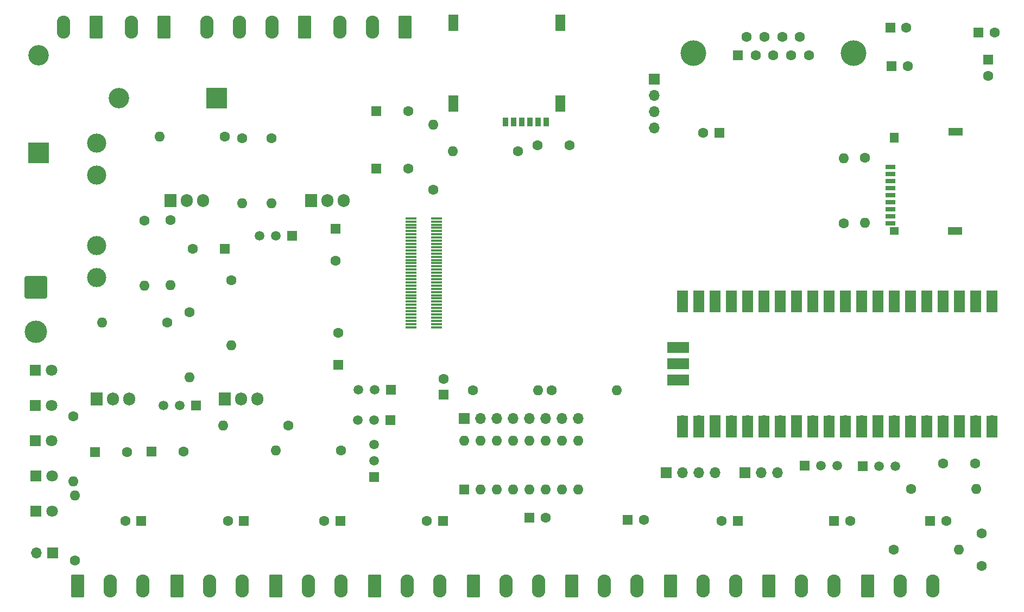
<source format=gts>
%TF.GenerationSoftware,KiCad,Pcbnew,(6.0.7)*%
%TF.CreationDate,2023-01-05T15:45:52-03:00*%
%TF.ProjectId,EMAC2.0_PCB,454d4143-322e-4305-9f50-43422e6b6963,rev?*%
%TF.SameCoordinates,Original*%
%TF.FileFunction,Soldermask,Top*%
%TF.FilePolarity,Negative*%
%FSLAX46Y46*%
G04 Gerber Fmt 4.6, Leading zero omitted, Abs format (unit mm)*
G04 Created by KiCad (PCBNEW (6.0.7)) date 2023-01-05 15:45:52*
%MOMM*%
%LPD*%
G01*
G04 APERTURE LIST*
G04 Aperture macros list*
%AMRoundRect*
0 Rectangle with rounded corners*
0 $1 Rounding radius*
0 $2 $3 $4 $5 $6 $7 $8 $9 X,Y pos of 4 corners*
0 Add a 4 corners polygon primitive as box body*
4,1,4,$2,$3,$4,$5,$6,$7,$8,$9,$2,$3,0*
0 Add four circle primitives for the rounded corners*
1,1,$1+$1,$2,$3*
1,1,$1+$1,$4,$5*
1,1,$1+$1,$6,$7*
1,1,$1+$1,$8,$9*
0 Add four rect primitives between the rounded corners*
20,1,$1+$1,$2,$3,$4,$5,0*
20,1,$1+$1,$4,$5,$6,$7,0*
20,1,$1+$1,$6,$7,$8,$9,0*
20,1,$1+$1,$8,$9,$2,$3,0*%
G04 Aperture macros list end*
%ADD10R,1.600000X1.600000*%
%ADD11C,1.600000*%
%ADD12C,4.000000*%
%ADD13O,1.600000X1.600000*%
%ADD14RoundRect,0.250002X-1.499998X1.499998X-1.499998X-1.499998X1.499998X-1.499998X1.499998X1.499998X0*%
%ADD15C,3.500000*%
%ADD16R,1.800000X1.800000*%
%ADD17C,1.800000*%
%ADD18R,3.200000X3.200000*%
%ADD19O,3.200000X3.200000*%
%ADD20RoundRect,0.249999X-0.790001X-1.550001X0.790001X-1.550001X0.790001X1.550001X-0.790001X1.550001X0*%
%ADD21O,2.080000X3.600000*%
%ADD22RoundRect,0.249999X0.790001X1.550001X-0.790001X1.550001X-0.790001X-1.550001X0.790001X-1.550001X0*%
%ADD23R,1.905000X2.000000*%
%ADD24O,1.905000X2.000000*%
%ADD25C,3.000000*%
%ADD26R,1.500000X1.500000*%
%ADD27C,1.500000*%
%ADD28R,1.700000X1.700000*%
%ADD29O,1.700000X1.700000*%
%ADD30R,1.800000X0.300000*%
%ADD31R,0.900000X1.350000*%
%ADD32R,1.560000X2.610000*%
%ADD33R,1.600000X0.700000*%
%ADD34R,1.400000X1.600000*%
%ADD35R,1.400000X1.200000*%
%ADD36R,2.200000X1.200000*%
%ADD37R,1.700000X3.500000*%
%ADD38O,0.100000X0.100000*%
%ADD39R,3.500000X1.700000*%
%ADD40R,0.100000X0.100000*%
%ADD41O,1.000000X1.000000*%
G04 APERTURE END LIST*
D10*
%TO.C,1uF1*%
X74000000Y-117000000D03*
D11*
X71500000Y-117000000D03*
%TD*%
D10*
%TO.C,1uF2*%
X90000000Y-117000000D03*
D11*
X87500000Y-117000000D03*
%TD*%
D10*
%TO.C,1uF3*%
X105000000Y-117000000D03*
D11*
X102500000Y-117000000D03*
%TD*%
D10*
%TO.C,1uF4*%
X121000000Y-117000000D03*
D11*
X118500000Y-117000000D03*
%TD*%
D10*
%TO.C,1uF5*%
X134500000Y-116500000D03*
D11*
X137000000Y-116500000D03*
%TD*%
D10*
%TO.C,1uF6*%
X149860000Y-116840000D03*
D11*
X152360000Y-116840000D03*
%TD*%
D10*
%TO.C,1uF7*%
X167000000Y-117000000D03*
D11*
X164500000Y-117000000D03*
%TD*%
D10*
%TO.C,1uF8*%
X182000000Y-117000000D03*
D11*
X184500000Y-117000000D03*
%TD*%
D10*
%TO.C,1uF9*%
X197000000Y-117000000D03*
D11*
X199500000Y-117000000D03*
%TD*%
D10*
%TO.C,470uF1*%
X104672651Y-92640000D03*
D11*
X104672651Y-87640000D03*
%TD*%
D10*
%TO.C,470uF2*%
X66746000Y-106250000D03*
D11*
X71746000Y-106250000D03*
%TD*%
D10*
%TO.C,470uF4*%
X75560000Y-106210000D03*
D11*
X80560000Y-106210000D03*
%TD*%
D10*
%TO.C,470uF3*%
X87000000Y-74500000D03*
D11*
X82000000Y-74500000D03*
%TD*%
D12*
%TO.C,DB9_Female1*%
X160040000Y-43950000D03*
X185040000Y-43950000D03*
D10*
X167000000Y-44250000D03*
D11*
X169770000Y-44250000D03*
X172540000Y-44250000D03*
X175310000Y-44250000D03*
X178080000Y-44250000D03*
X168385000Y-41410000D03*
X171155000Y-41410000D03*
X173925000Y-41410000D03*
X176695000Y-41410000D03*
%TD*%
%TO.C,10k-Ohm4*%
X96880000Y-102100000D03*
D13*
X86720000Y-102100000D03*
%TD*%
D11*
%TO.C,10k-Ohm5*%
X89746000Y-57250000D03*
D13*
X89746000Y-67410000D03*
%TD*%
D11*
%TO.C,10k-Ohm6*%
X94246000Y-57250000D03*
D13*
X94246000Y-67410000D03*
%TD*%
D14*
%TO.C,SW1*%
X57500000Y-80500000D03*
D15*
X57500000Y-87500000D03*
%TD*%
D11*
%TO.C,330-Ohm1*%
X78000000Y-86000000D03*
D13*
X67840000Y-86000000D03*
%TD*%
D16*
%TO.C,D2*%
X57460000Y-104500000D03*
D17*
X60000000Y-104500000D03*
%TD*%
D16*
%TO.C,D3*%
X57500000Y-115500000D03*
D17*
X60040000Y-115500000D03*
%TD*%
D16*
%TO.C,D4*%
X57460000Y-99000000D03*
D17*
X60000000Y-99000000D03*
%TD*%
D11*
%TO.C,10k-Ohm8*%
X63340000Y-100650000D03*
D13*
X63340000Y-110810000D03*
%TD*%
D11*
%TO.C,10k-Ohm1*%
X63590000Y-123180000D03*
D13*
X63590000Y-113020000D03*
%TD*%
D11*
%TO.C,10k-Ohm3*%
X81500000Y-84420000D03*
D13*
X81500000Y-94580000D03*
%TD*%
D18*
%TO.C,1N5402-2*%
X85746000Y-51000000D03*
D19*
X70506000Y-51000000D03*
%TD*%
D20*
%TO.C,CH0-A1*%
X64085800Y-127148100D03*
D21*
X69165800Y-127148100D03*
X74245800Y-127148100D03*
%TD*%
D20*
%TO.C,CH1-A1*%
X79518000Y-127148100D03*
D21*
X84598000Y-127148100D03*
X89678000Y-127148100D03*
%TD*%
D20*
%TO.C,CH2-A1*%
X94920000Y-127148100D03*
D21*
X100000000Y-127148100D03*
X105080000Y-127148100D03*
%TD*%
D20*
%TO.C,CH3-A1*%
X110379000Y-127159000D03*
D21*
X115459000Y-127159000D03*
X120539000Y-127159000D03*
%TD*%
D20*
%TO.C,CH4-A1*%
X125746000Y-127159000D03*
D21*
X130826000Y-127159000D03*
X135906000Y-127159000D03*
%TD*%
D20*
%TO.C,CH5-A1*%
X141113000Y-127146000D03*
D21*
X146193000Y-127146000D03*
X151273000Y-127146000D03*
%TD*%
D20*
%TO.C,CH6-A1*%
X156480000Y-127159000D03*
D21*
X161560000Y-127159000D03*
X166640000Y-127159000D03*
%TD*%
D20*
%TO.C,CH7-H1*%
X171847000Y-127159000D03*
D21*
X176927000Y-127159000D03*
X182007000Y-127159000D03*
%TD*%
D20*
%TO.C,CH8-D1*%
X187214000Y-127159000D03*
D21*
X192294000Y-127159000D03*
X197374000Y-127159000D03*
%TD*%
D22*
%TO.C,PWM1*%
X115080000Y-39875200D03*
D21*
X110000000Y-39875200D03*
X104920000Y-39875200D03*
%TD*%
D23*
%TO.C,LM7805*%
X67000000Y-98000000D03*
D24*
X69540000Y-98000000D03*
X72080000Y-98000000D03*
%TD*%
D23*
%TO.C,IRF9540N1*%
X87000000Y-98000000D03*
D24*
X89540000Y-98000000D03*
X92080000Y-98000000D03*
%TD*%
D23*
%TO.C,IRF9540N2*%
X100460000Y-67000000D03*
D24*
X103000000Y-67000000D03*
X105540000Y-67000000D03*
%TD*%
D22*
%TO.C,BATTERY1*%
X77507500Y-39902500D03*
D21*
X72427500Y-39902500D03*
%TD*%
D22*
%TO.C,UART1*%
X99470000Y-39890000D03*
D21*
X94390000Y-39890000D03*
X89310000Y-39890000D03*
X84230000Y-39890000D03*
%TD*%
D25*
%TO.C,Fuse1*%
X67000000Y-74000000D03*
X67000000Y-79000000D03*
X67000000Y-63000000D03*
X67000000Y-58000000D03*
%TD*%
D10*
%TO.C,1uF10*%
X190794888Y-40000000D03*
D11*
X193294888Y-40000000D03*
%TD*%
D10*
%TO.C,1uF13*%
X204544888Y-40750000D03*
D11*
X207044888Y-40750000D03*
%TD*%
D10*
%TO.C,1uF11*%
X206000000Y-45000000D03*
D11*
X206000000Y-47500000D03*
%TD*%
D10*
%TO.C,1uF12*%
X191000000Y-46000000D03*
D11*
X193500000Y-46000000D03*
%TD*%
D10*
%TO.C,1uF14*%
X164105113Y-56400000D03*
D11*
X161605113Y-56400000D03*
%TD*%
D26*
%TO.C,BC547*%
X97500000Y-72500000D03*
D27*
X94960000Y-72500000D03*
X92420000Y-72500000D03*
%TD*%
D28*
%TO.C,GPS1*%
X154000000Y-48000000D03*
D29*
X154000000Y-50540000D03*
X154000000Y-53080000D03*
X154000000Y-55620000D03*
%TD*%
D26*
%TO.C,BC547-2*%
X82500000Y-99000000D03*
D27*
X79960000Y-99000000D03*
X77420000Y-99000000D03*
%TD*%
D23*
%TO.C,LM317*%
X78500000Y-67000000D03*
D24*
X81040000Y-67000000D03*
X83580000Y-67000000D03*
%TD*%
D26*
%TO.C,L78L05-2*%
X112900000Y-96500000D03*
D27*
X110360000Y-96500000D03*
X107820000Y-96500000D03*
%TD*%
D18*
%TO.C,1N5402*%
X58000000Y-59500000D03*
D19*
X58000000Y-44260000D03*
%TD*%
D10*
%TO.C,C29*%
X110597349Y-53000000D03*
D11*
X115597349Y-53000000D03*
%TD*%
D10*
%TO.C,0.1u1*%
X121140000Y-97325113D03*
D11*
X121140000Y-94825113D03*
%TD*%
%TO.C,10k-Ohm2*%
X138000000Y-96630000D03*
D13*
X148160000Y-96630000D03*
%TD*%
D26*
%TO.C,2N3906*%
X177460000Y-108360000D03*
D27*
X180000000Y-108360000D03*
X182540000Y-108360000D03*
%TD*%
D28*
%TO.C,TTL-Modem1*%
X155850000Y-109460000D03*
D29*
X158390000Y-109460000D03*
X160930000Y-109460000D03*
X163470000Y-109460000D03*
%TD*%
D26*
%TO.C,L78L5*%
X112840000Y-101240000D03*
D27*
X110300000Y-101240000D03*
X107760000Y-101240000D03*
%TD*%
D26*
%TO.C,2N3906-2*%
X186460000Y-108500000D03*
D27*
X189000000Y-108500000D03*
X191540000Y-108500000D03*
%TD*%
D22*
%TO.C,SOLAR_PANEL1*%
X66947500Y-39922500D03*
D21*
X61867500Y-39922500D03*
%TD*%
D11*
%TO.C,15k-Ohm1*%
X87000000Y-57000000D03*
D13*
X76840000Y-57000000D03*
%TD*%
D30*
%TO.C,G30*%
X116000000Y-69750000D03*
X120000000Y-69750000D03*
X116000000Y-70250000D03*
X120000000Y-70250000D03*
X116000000Y-70750000D03*
X120000000Y-70750000D03*
X116000000Y-71250000D03*
X120000000Y-71250000D03*
X116000000Y-71750000D03*
X120000000Y-71750000D03*
X116000000Y-72250000D03*
X120000000Y-72250000D03*
X116000000Y-72750000D03*
X120000000Y-72750000D03*
X116000000Y-73250000D03*
X120000000Y-73250000D03*
X116000000Y-73750000D03*
X120000000Y-73750000D03*
X116000000Y-74250000D03*
X120000000Y-74250000D03*
X116000000Y-74750000D03*
X120000000Y-74750000D03*
X116000000Y-75250000D03*
X120000000Y-75250000D03*
X116000000Y-75750000D03*
X120000000Y-75750000D03*
X116000000Y-76250000D03*
X120000000Y-76250000D03*
X116000000Y-76750000D03*
X120000000Y-76750000D03*
X116000000Y-77250000D03*
X120000000Y-77250000D03*
X116000000Y-77750000D03*
X120000000Y-77750000D03*
X116000000Y-78250000D03*
X120000000Y-78250000D03*
X116000000Y-78750000D03*
X120000000Y-78750000D03*
X116000000Y-79250000D03*
X120000000Y-79250000D03*
X116000000Y-79750000D03*
X120000000Y-79750000D03*
X116000000Y-80250000D03*
X120000000Y-80250000D03*
X116000000Y-80750000D03*
X120000000Y-80750000D03*
X116000000Y-81250000D03*
X120000000Y-81250000D03*
X116000000Y-81750000D03*
X120000000Y-81750000D03*
X116000000Y-82250000D03*
X120000000Y-82250000D03*
X116000000Y-82750000D03*
X120000000Y-82750000D03*
X116000000Y-83250000D03*
X120000000Y-83250000D03*
X116000000Y-83750000D03*
X120000000Y-83750000D03*
X116000000Y-84250000D03*
X120000000Y-84250000D03*
X116000000Y-84750000D03*
X120000000Y-84750000D03*
X116000000Y-85250000D03*
X120000000Y-85250000D03*
X116000000Y-85750000D03*
X120000000Y-85750000D03*
X116000000Y-86250000D03*
X120000000Y-86250000D03*
X116000000Y-86750000D03*
X120000000Y-86750000D03*
%TD*%
D11*
%TO.C,10k-Ohm7*%
X105100000Y-106000000D03*
D13*
X94940000Y-106000000D03*
%TD*%
D11*
%TO.C,2.2k-Ohm1*%
X186850000Y-60320000D03*
D13*
X186850000Y-70480000D03*
%TD*%
D11*
%TO.C,100k-Ohm1*%
X125710000Y-96630000D03*
D13*
X135870000Y-96630000D03*
%TD*%
D11*
%TO.C,22k-Ohm2*%
X194000000Y-112000000D03*
D13*
X204160000Y-112000000D03*
%TD*%
D16*
%TO.C,D6*%
X57500000Y-110000000D03*
D17*
X60040000Y-110000000D03*
%TD*%
D11*
%TO.C,1k-Ohm1*%
X88000000Y-79420000D03*
D13*
X88000000Y-89580000D03*
%TD*%
D11*
%TO.C,3.3k-Ohm1*%
X183550000Y-70500000D03*
D13*
X183550000Y-60340000D03*
%TD*%
D28*
%TO.C,JSPI2*%
X124325000Y-101050000D03*
D29*
X126865000Y-101050000D03*
X129405000Y-101050000D03*
X131945000Y-101050000D03*
X134485000Y-101050000D03*
X137025000Y-101050000D03*
X139565000Y-101050000D03*
X142105000Y-101050000D03*
%TD*%
D28*
%TO.C,JCapa2*%
X60130000Y-122000000D03*
D29*
X57590000Y-122000000D03*
%TD*%
D26*
%TO.C,LM336Z5*%
X110270000Y-110130000D03*
D27*
X110270000Y-107590000D03*
X110270000Y-105050000D03*
%TD*%
D11*
%TO.C,200-Ohm1*%
X78500000Y-70000000D03*
D13*
X78500000Y-80160000D03*
%TD*%
D11*
%TO.C,470-Ohm1*%
X74500000Y-70080000D03*
D13*
X74500000Y-80240000D03*
%TD*%
D11*
%TO.C,56-Ohm1*%
X119500000Y-65250000D03*
D13*
X119500000Y-55090000D03*
%TD*%
D28*
%TO.C,CH7A-Jumper-CHD1*%
X168110000Y-109490000D03*
D29*
X170650000Y-109490000D03*
X173190000Y-109490000D03*
%TD*%
D11*
%TO.C,220nF3*%
X140800000Y-58300000D03*
X135800000Y-58300000D03*
%TD*%
D31*
%TO.C,SIM-KA-179*%
X135865000Y-54677500D03*
X133325000Y-54677500D03*
X130785000Y-54677500D03*
D32*
X122660000Y-51802500D03*
X139340000Y-51802500D03*
X122660000Y-39172500D03*
X139340000Y-39172500D03*
D31*
X137135000Y-54677500D03*
X134595000Y-54677500D03*
X132055000Y-54677500D03*
%TD*%
D10*
%TO.C,C27*%
X104250000Y-71380000D03*
D11*
X104250000Y-76380000D03*
%TD*%
%TO.C,220nF1*%
X205000000Y-124000000D03*
X205000000Y-119000000D03*
%TD*%
%TO.C,220nF2*%
X199000000Y-108000000D03*
X204000000Y-108000000D03*
%TD*%
D33*
%TO.C,Micro_SD_Card1*%
X190800000Y-61750000D03*
X190800000Y-62850000D03*
X190800000Y-63950000D03*
X190800000Y-65050000D03*
X190800000Y-66150000D03*
X190800000Y-67250000D03*
X190800000Y-68350000D03*
X190800000Y-69450000D03*
D34*
X191400000Y-57150000D03*
D33*
X190800000Y-70550000D03*
D35*
X191400000Y-71750000D03*
D36*
X200900000Y-71750000D03*
X201000000Y-56250000D03*
%TD*%
D29*
%TO.C,Raspberry_Pi_Pico1*%
X206630000Y-83610000D03*
D37*
X206630000Y-82710000D03*
X204090000Y-82710000D03*
D29*
X204090000Y-83610000D03*
D28*
X201550000Y-83610000D03*
D37*
X201550000Y-82710000D03*
X199010000Y-82710000D03*
D29*
X199010000Y-83610000D03*
X196470000Y-83610000D03*
D37*
X196470000Y-82710000D03*
D29*
X193930000Y-83610000D03*
D37*
X193930000Y-82710000D03*
X191390000Y-82710000D03*
D29*
X191390000Y-83610000D03*
D28*
X188850000Y-83610000D03*
D37*
X188850000Y-82710000D03*
D29*
X186310000Y-83610000D03*
D37*
X186310000Y-82710000D03*
D29*
X183770000Y-83610000D03*
D37*
X183770000Y-82710000D03*
X181230000Y-82710000D03*
D29*
X181230000Y-83610000D03*
X178690000Y-83610000D03*
D37*
X178690000Y-82710000D03*
X176150000Y-82710000D03*
D28*
X176150000Y-83610000D03*
D29*
X173610000Y-83610000D03*
D37*
X173610000Y-82710000D03*
D29*
X171070000Y-83610000D03*
D37*
X171070000Y-82710000D03*
X168530000Y-82710000D03*
D29*
X168530000Y-83610000D03*
D37*
X165990000Y-82710000D03*
D29*
X165990000Y-83610000D03*
D28*
X163450000Y-83610000D03*
D37*
X163450000Y-82710000D03*
X160910000Y-82710000D03*
D29*
X160910000Y-83610000D03*
X158370000Y-83610000D03*
D37*
X158370000Y-82710000D03*
D29*
X158370000Y-101390000D03*
D37*
X158370000Y-102290000D03*
D29*
X160910000Y-101390000D03*
D37*
X160910000Y-102290000D03*
D28*
X163450000Y-101390000D03*
D37*
X163450000Y-102290000D03*
D29*
X165990000Y-101390000D03*
D37*
X165990000Y-102290000D03*
D29*
X168530000Y-101390000D03*
D37*
X168530000Y-102290000D03*
D29*
X171070000Y-101390000D03*
D37*
X171070000Y-102290000D03*
D29*
X173610000Y-101390000D03*
D37*
X173610000Y-102290000D03*
X176150000Y-102290000D03*
D28*
X176150000Y-101390000D03*
D29*
X178690000Y-101390000D03*
D37*
X178690000Y-102290000D03*
D29*
X181230000Y-101390000D03*
D37*
X181230000Y-102290000D03*
X183770000Y-102290000D03*
D29*
X183770000Y-101390000D03*
D37*
X186310000Y-102290000D03*
D29*
X186310000Y-101390000D03*
D37*
X188850000Y-102290000D03*
D28*
X188850000Y-101390000D03*
D37*
X191390000Y-102290000D03*
D29*
X191390000Y-101390000D03*
X193930000Y-101390000D03*
D37*
X193930000Y-102290000D03*
D29*
X196470000Y-101390000D03*
D37*
X196470000Y-102290000D03*
X199010000Y-102290000D03*
D29*
X199010000Y-101390000D03*
D37*
X201550000Y-102290000D03*
D28*
X201550000Y-101390000D03*
D37*
X204090000Y-102290000D03*
D29*
X204090000Y-101390000D03*
X206630000Y-101390000D03*
D37*
X206630000Y-102290000D03*
D38*
X158600000Y-89960000D03*
D39*
X157700000Y-89960000D03*
X157700000Y-92500000D03*
D40*
X158600000Y-92500000D03*
D41*
X158600000Y-95040000D03*
D39*
X157700000Y-95040000D03*
%TD*%
D10*
%TO.C,MCP3208*%
X124340000Y-112110000D03*
D13*
X126880000Y-112110000D03*
X129420000Y-112110000D03*
X131960000Y-112110000D03*
X134500000Y-112110000D03*
X137040000Y-112110000D03*
X139580000Y-112110000D03*
X142120000Y-112110000D03*
X142120000Y-104490000D03*
X139580000Y-104490000D03*
X137040000Y-104490000D03*
X134500000Y-104490000D03*
X131960000Y-104490000D03*
X129420000Y-104490000D03*
X126880000Y-104490000D03*
X124340000Y-104490000D03*
%TD*%
D16*
%TO.C,D7*%
X57460000Y-93500000D03*
D17*
X60000000Y-93500000D03*
%TD*%
D10*
%TO.C,C28*%
X110597349Y-62000000D03*
D11*
X115597349Y-62000000D03*
%TD*%
%TO.C,22k-Ohm1*%
X191340000Y-121500000D03*
D13*
X201500000Y-121500000D03*
%TD*%
D11*
%TO.C,100-Ohm1*%
X132700000Y-59300000D03*
D13*
X122540000Y-59300000D03*
%TD*%
M02*

</source>
